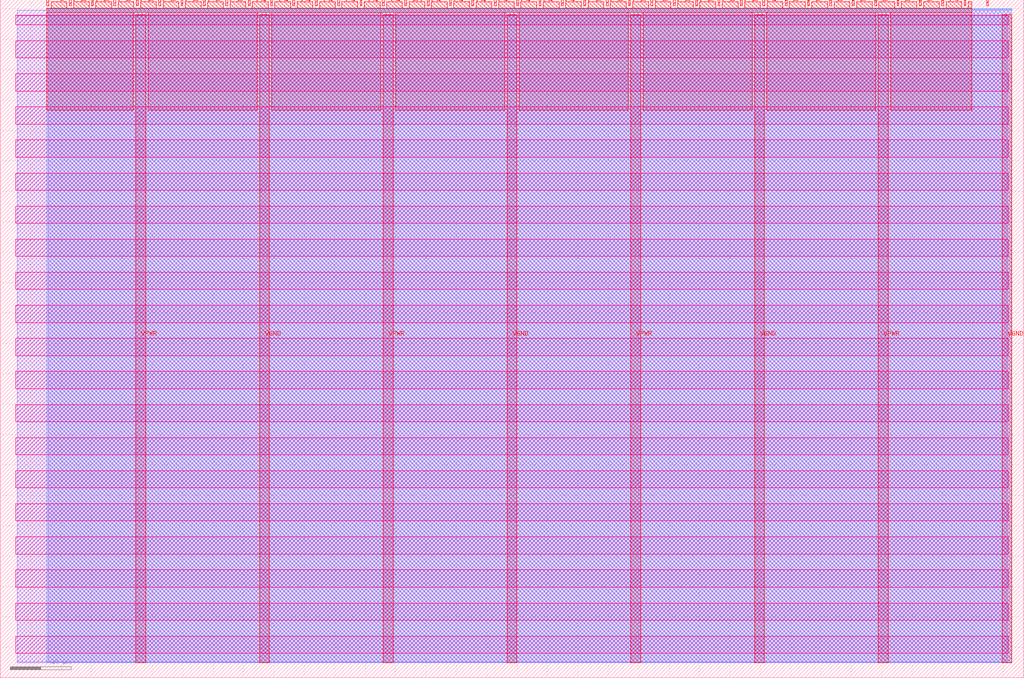
<source format=lef>
VERSION 5.7 ;
  NOWIREEXTENSIONATPIN ON ;
  DIVIDERCHAR "/" ;
  BUSBITCHARS "[]" ;
MACRO tt_um_FSM
  CLASS BLOCK ;
  FOREIGN tt_um_FSM ;
  ORIGIN 0.000 0.000 ;
  SIZE 168.360 BY 111.520 ;
  PIN VGND
    DIRECTION INOUT ;
    USE GROUND ;
    PORT
      LAYER met4 ;
        RECT 42.670 2.480 44.270 109.040 ;
    END
    PORT
      LAYER met4 ;
        RECT 83.380 2.480 84.980 109.040 ;
    END
    PORT
      LAYER met4 ;
        RECT 124.090 2.480 125.690 109.040 ;
    END
    PORT
      LAYER met4 ;
        RECT 164.800 2.480 166.400 109.040 ;
    END
  END VGND
  PIN VPWR
    DIRECTION INOUT ;
    USE POWER ;
    PORT
      LAYER met4 ;
        RECT 22.315 2.480 23.915 109.040 ;
    END
    PORT
      LAYER met4 ;
        RECT 63.025 2.480 64.625 109.040 ;
    END
    PORT
      LAYER met4 ;
        RECT 103.735 2.480 105.335 109.040 ;
    END
    PORT
      LAYER met4 ;
        RECT 144.445 2.480 146.045 109.040 ;
    END
  END VPWR
  PIN clk
    DIRECTION INPUT ;
    USE SIGNAL ;
    ANTENNAGATEAREA 0.852000 ;
    PORT
      LAYER met4 ;
        RECT 158.550 110.520 158.850 111.520 ;
    END
  END clk
  PIN ena
    DIRECTION INPUT ;
    USE SIGNAL ;
    PORT
      LAYER met4 ;
        RECT 162.230 110.520 162.530 111.520 ;
    END
  END ena
  PIN rst_n
    DIRECTION INPUT ;
    USE SIGNAL ;
    ANTENNAGATEAREA 0.126000 ;
    PORT
      LAYER met4 ;
        RECT 154.870 110.520 155.170 111.520 ;
    END
  END rst_n
  PIN ui_in[0]
    DIRECTION INPUT ;
    USE SIGNAL ;
    ANTENNAGATEAREA 0.196500 ;
    PORT
      LAYER met4 ;
        RECT 151.190 110.520 151.490 111.520 ;
    END
  END ui_in[0]
  PIN ui_in[1]
    DIRECTION INPUT ;
    USE SIGNAL ;
    ANTENNAGATEAREA 0.196500 ;
    PORT
      LAYER met4 ;
        RECT 147.510 110.520 147.810 111.520 ;
    END
  END ui_in[1]
  PIN ui_in[2]
    DIRECTION INPUT ;
    USE SIGNAL ;
    ANTENNAGATEAREA 0.196500 ;
    PORT
      LAYER met4 ;
        RECT 143.830 110.520 144.130 111.520 ;
    END
  END ui_in[2]
  PIN ui_in[3]
    DIRECTION INPUT ;
    USE SIGNAL ;
    PORT
      LAYER met4 ;
        RECT 140.150 110.520 140.450 111.520 ;
    END
  END ui_in[3]
  PIN ui_in[4]
    DIRECTION INPUT ;
    USE SIGNAL ;
    PORT
      LAYER met4 ;
        RECT 136.470 110.520 136.770 111.520 ;
    END
  END ui_in[4]
  PIN ui_in[5]
    DIRECTION INPUT ;
    USE SIGNAL ;
    PORT
      LAYER met4 ;
        RECT 132.790 110.520 133.090 111.520 ;
    END
  END ui_in[5]
  PIN ui_in[6]
    DIRECTION INPUT ;
    USE SIGNAL ;
    PORT
      LAYER met4 ;
        RECT 129.110 110.520 129.410 111.520 ;
    END
  END ui_in[6]
  PIN ui_in[7]
    DIRECTION INPUT ;
    USE SIGNAL ;
    PORT
      LAYER met4 ;
        RECT 125.430 110.520 125.730 111.520 ;
    END
  END ui_in[7]
  PIN uio_in[0]
    DIRECTION INPUT ;
    USE SIGNAL ;
    ANTENNAGATEAREA 0.196500 ;
    PORT
      LAYER met4 ;
        RECT 121.750 110.520 122.050 111.520 ;
    END
  END uio_in[0]
  PIN uio_in[1]
    DIRECTION INPUT ;
    USE SIGNAL ;
    ANTENNAGATEAREA 0.196500 ;
    PORT
      LAYER met4 ;
        RECT 118.070 110.520 118.370 111.520 ;
    END
  END uio_in[1]
  PIN uio_in[2]
    DIRECTION INPUT ;
    USE SIGNAL ;
    ANTENNAGATEAREA 0.196500 ;
    PORT
      LAYER met4 ;
        RECT 114.390 110.520 114.690 111.520 ;
    END
  END uio_in[2]
  PIN uio_in[3]
    DIRECTION INPUT ;
    USE SIGNAL ;
    ANTENNAGATEAREA 0.196500 ;
    PORT
      LAYER met4 ;
        RECT 110.710 110.520 111.010 111.520 ;
    END
  END uio_in[3]
  PIN uio_in[4]
    DIRECTION INPUT ;
    USE SIGNAL ;
    ANTENNAGATEAREA 0.196500 ;
    PORT
      LAYER met4 ;
        RECT 107.030 110.520 107.330 111.520 ;
    END
  END uio_in[4]
  PIN uio_in[5]
    DIRECTION INPUT ;
    USE SIGNAL ;
    ANTENNAGATEAREA 0.196500 ;
    PORT
      LAYER met4 ;
        RECT 103.350 110.520 103.650 111.520 ;
    END
  END uio_in[5]
  PIN uio_in[6]
    DIRECTION INPUT ;
    USE SIGNAL ;
    ANTENNAGATEAREA 0.196500 ;
    PORT
      LAYER met4 ;
        RECT 99.670 110.520 99.970 111.520 ;
    END
  END uio_in[6]
  PIN uio_in[7]
    DIRECTION INPUT ;
    USE SIGNAL ;
    ANTENNAGATEAREA 0.196500 ;
    PORT
      LAYER met4 ;
        RECT 95.990 110.520 96.290 111.520 ;
    END
  END uio_in[7]
  PIN uio_oe[0]
    DIRECTION OUTPUT TRISTATE ;
    USE SIGNAL ;
    PORT
      LAYER met4 ;
        RECT 33.430 110.520 33.730 111.520 ;
    END
  END uio_oe[0]
  PIN uio_oe[1]
    DIRECTION OUTPUT TRISTATE ;
    USE SIGNAL ;
    PORT
      LAYER met4 ;
        RECT 29.750 110.520 30.050 111.520 ;
    END
  END uio_oe[1]
  PIN uio_oe[2]
    DIRECTION OUTPUT TRISTATE ;
    USE SIGNAL ;
    PORT
      LAYER met4 ;
        RECT 26.070 110.520 26.370 111.520 ;
    END
  END uio_oe[2]
  PIN uio_oe[3]
    DIRECTION OUTPUT TRISTATE ;
    USE SIGNAL ;
    PORT
      LAYER met4 ;
        RECT 22.390 110.520 22.690 111.520 ;
    END
  END uio_oe[3]
  PIN uio_oe[4]
    DIRECTION OUTPUT TRISTATE ;
    USE SIGNAL ;
    PORT
      LAYER met4 ;
        RECT 18.710 110.520 19.010 111.520 ;
    END
  END uio_oe[4]
  PIN uio_oe[5]
    DIRECTION OUTPUT TRISTATE ;
    USE SIGNAL ;
    PORT
      LAYER met4 ;
        RECT 15.030 110.520 15.330 111.520 ;
    END
  END uio_oe[5]
  PIN uio_oe[6]
    DIRECTION OUTPUT TRISTATE ;
    USE SIGNAL ;
    PORT
      LAYER met4 ;
        RECT 11.350 110.520 11.650 111.520 ;
    END
  END uio_oe[6]
  PIN uio_oe[7]
    DIRECTION OUTPUT TRISTATE ;
    USE SIGNAL ;
    PORT
      LAYER met4 ;
        RECT 7.670 110.520 7.970 111.520 ;
    END
  END uio_oe[7]
  PIN uio_out[0]
    DIRECTION OUTPUT TRISTATE ;
    USE SIGNAL ;
    PORT
      LAYER met4 ;
        RECT 62.870 110.520 63.170 111.520 ;
    END
  END uio_out[0]
  PIN uio_out[1]
    DIRECTION OUTPUT TRISTATE ;
    USE SIGNAL ;
    PORT
      LAYER met4 ;
        RECT 59.190 110.520 59.490 111.520 ;
    END
  END uio_out[1]
  PIN uio_out[2]
    DIRECTION OUTPUT TRISTATE ;
    USE SIGNAL ;
    PORT
      LAYER met4 ;
        RECT 55.510 110.520 55.810 111.520 ;
    END
  END uio_out[2]
  PIN uio_out[3]
    DIRECTION OUTPUT TRISTATE ;
    USE SIGNAL ;
    PORT
      LAYER met4 ;
        RECT 51.830 110.520 52.130 111.520 ;
    END
  END uio_out[3]
  PIN uio_out[4]
    DIRECTION OUTPUT TRISTATE ;
    USE SIGNAL ;
    PORT
      LAYER met4 ;
        RECT 48.150 110.520 48.450 111.520 ;
    END
  END uio_out[4]
  PIN uio_out[5]
    DIRECTION OUTPUT TRISTATE ;
    USE SIGNAL ;
    PORT
      LAYER met4 ;
        RECT 44.470 110.520 44.770 111.520 ;
    END
  END uio_out[5]
  PIN uio_out[6]
    DIRECTION OUTPUT TRISTATE ;
    USE SIGNAL ;
    PORT
      LAYER met4 ;
        RECT 40.790 110.520 41.090 111.520 ;
    END
  END uio_out[6]
  PIN uio_out[7]
    DIRECTION OUTPUT TRISTATE ;
    USE SIGNAL ;
    PORT
      LAYER met4 ;
        RECT 37.110 110.520 37.410 111.520 ;
    END
  END uio_out[7]
  PIN uo_out[0]
    DIRECTION OUTPUT TRISTATE ;
    USE SIGNAL ;
    ANTENNADIFFAREA 0.795200 ;
    PORT
      LAYER met4 ;
        RECT 92.310 110.520 92.610 111.520 ;
    END
  END uo_out[0]
  PIN uo_out[1]
    DIRECTION OUTPUT TRISTATE ;
    USE SIGNAL ;
    PORT
      LAYER met4 ;
        RECT 88.630 110.520 88.930 111.520 ;
    END
  END uo_out[1]
  PIN uo_out[2]
    DIRECTION OUTPUT TRISTATE ;
    USE SIGNAL ;
    PORT
      LAYER met4 ;
        RECT 84.950 110.520 85.250 111.520 ;
    END
  END uo_out[2]
  PIN uo_out[3]
    DIRECTION OUTPUT TRISTATE ;
    USE SIGNAL ;
    PORT
      LAYER met4 ;
        RECT 81.270 110.520 81.570 111.520 ;
    END
  END uo_out[3]
  PIN uo_out[4]
    DIRECTION OUTPUT TRISTATE ;
    USE SIGNAL ;
    ANTENNADIFFAREA 0.445500 ;
    PORT
      LAYER met4 ;
        RECT 77.590 110.520 77.890 111.520 ;
    END
  END uo_out[4]
  PIN uo_out[5]
    DIRECTION OUTPUT TRISTATE ;
    USE SIGNAL ;
    ANTENNADIFFAREA 0.445500 ;
    PORT
      LAYER met4 ;
        RECT 73.910 110.520 74.210 111.520 ;
    END
  END uo_out[5]
  PIN uo_out[6]
    DIRECTION OUTPUT TRISTATE ;
    USE SIGNAL ;
    ANTENNADIFFAREA 0.445500 ;
    PORT
      LAYER met4 ;
        RECT 70.230 110.520 70.530 111.520 ;
    END
  END uo_out[6]
  PIN uo_out[7]
    DIRECTION OUTPUT TRISTATE ;
    USE SIGNAL ;
    ANTENNADIFFAREA 0.445500 ;
    PORT
      LAYER met4 ;
        RECT 66.550 110.520 66.850 111.520 ;
    END
  END uo_out[7]
  OBS
      LAYER nwell ;
        RECT 2.570 107.385 165.790 108.990 ;
        RECT 2.570 101.945 165.790 104.775 ;
        RECT 2.570 96.505 165.790 99.335 ;
        RECT 2.570 91.065 165.790 93.895 ;
        RECT 2.570 85.625 165.790 88.455 ;
        RECT 2.570 80.185 165.790 83.015 ;
        RECT 2.570 74.745 165.790 77.575 ;
        RECT 2.570 69.305 165.790 72.135 ;
        RECT 2.570 63.865 165.790 66.695 ;
        RECT 2.570 58.425 165.790 61.255 ;
        RECT 2.570 52.985 165.790 55.815 ;
        RECT 2.570 47.545 165.790 50.375 ;
        RECT 2.570 42.105 165.790 44.935 ;
        RECT 2.570 36.665 165.790 39.495 ;
        RECT 2.570 31.225 165.790 34.055 ;
        RECT 2.570 25.785 165.790 28.615 ;
        RECT 2.570 20.345 165.790 23.175 ;
        RECT 2.570 14.905 165.790 17.735 ;
        RECT 2.570 9.465 165.790 12.295 ;
        RECT 2.570 4.025 165.790 6.855 ;
      LAYER li1 ;
        RECT 2.760 2.635 165.600 108.885 ;
      LAYER met1 ;
        RECT 2.760 2.480 166.400 109.780 ;
      LAYER met2 ;
        RECT 7.910 2.535 166.370 110.005 ;
      LAYER met3 ;
        RECT 7.630 2.555 166.390 109.985 ;
      LAYER met4 ;
        RECT 8.370 110.120 10.950 111.170 ;
        RECT 12.050 110.120 14.630 111.170 ;
        RECT 15.730 110.120 18.310 111.170 ;
        RECT 19.410 110.120 21.990 111.170 ;
        RECT 23.090 110.120 25.670 111.170 ;
        RECT 26.770 110.120 29.350 111.170 ;
        RECT 30.450 110.120 33.030 111.170 ;
        RECT 34.130 110.120 36.710 111.170 ;
        RECT 37.810 110.120 40.390 111.170 ;
        RECT 41.490 110.120 44.070 111.170 ;
        RECT 45.170 110.120 47.750 111.170 ;
        RECT 48.850 110.120 51.430 111.170 ;
        RECT 52.530 110.120 55.110 111.170 ;
        RECT 56.210 110.120 58.790 111.170 ;
        RECT 59.890 110.120 62.470 111.170 ;
        RECT 63.570 110.120 66.150 111.170 ;
        RECT 67.250 110.120 69.830 111.170 ;
        RECT 70.930 110.120 73.510 111.170 ;
        RECT 74.610 110.120 77.190 111.170 ;
        RECT 78.290 110.120 80.870 111.170 ;
        RECT 81.970 110.120 84.550 111.170 ;
        RECT 85.650 110.120 88.230 111.170 ;
        RECT 89.330 110.120 91.910 111.170 ;
        RECT 93.010 110.120 95.590 111.170 ;
        RECT 96.690 110.120 99.270 111.170 ;
        RECT 100.370 110.120 102.950 111.170 ;
        RECT 104.050 110.120 106.630 111.170 ;
        RECT 107.730 110.120 110.310 111.170 ;
        RECT 111.410 110.120 113.990 111.170 ;
        RECT 115.090 110.120 117.670 111.170 ;
        RECT 118.770 110.120 121.350 111.170 ;
        RECT 122.450 110.120 125.030 111.170 ;
        RECT 126.130 110.120 128.710 111.170 ;
        RECT 129.810 110.120 132.390 111.170 ;
        RECT 133.490 110.120 136.070 111.170 ;
        RECT 137.170 110.120 139.750 111.170 ;
        RECT 140.850 110.120 143.430 111.170 ;
        RECT 144.530 110.120 147.110 111.170 ;
        RECT 148.210 110.120 150.790 111.170 ;
        RECT 151.890 110.120 154.470 111.170 ;
        RECT 155.570 110.120 158.150 111.170 ;
        RECT 159.250 110.120 159.770 111.170 ;
        RECT 7.655 109.440 159.770 110.120 ;
        RECT 7.655 93.350 21.915 109.440 ;
        RECT 24.315 93.350 42.270 109.440 ;
        RECT 44.670 93.350 62.625 109.440 ;
        RECT 65.025 93.350 82.980 109.440 ;
        RECT 85.380 93.350 103.335 109.440 ;
        RECT 105.735 93.350 123.690 109.440 ;
        RECT 126.090 93.350 144.045 109.440 ;
        RECT 146.445 93.350 159.770 109.440 ;
  END
END tt_um_FSM
END LIBRARY


</source>
